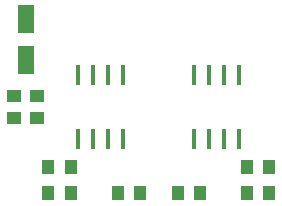
<source format=gbr>
G04 DipTrace 3.1.0.1*
G04 Âåðõíÿÿï.ìàñêà.gbr*
%MOIN*%
G04 #@! TF.FileFunction,Paste,Top*
G04 #@! TF.Part,Single*
%ADD34R,0.015748X0.070866*%
%ADD36R,0.043307X0.051181*%
%ADD50R,0.051181X0.043307*%
%ADD52R,0.055118X0.09252*%
%FSLAX26Y26*%
G04*
G70*
G90*
G75*
G01*
G04 TopPaste*
%LPD*%
D52*
X218773Y-93619D3*
Y-231415D3*
D50*
X181269Y-350139D3*
Y-424942D3*
D36*
X725098Y-675000D3*
X799902D3*
X1031151D3*
X956348D3*
X1031151Y-587500D3*
X956348D3*
X293848D3*
X368651D3*
Y-675000D3*
X293848D3*
X599902D3*
X525098D3*
D50*
X256277Y-350139D3*
Y-424942D3*
D34*
X543749Y-281251D3*
X493749D3*
X443749D3*
X393749D3*
Y-493849D3*
X443749D3*
X493749D3*
X543749D3*
X931249Y-281251D3*
X881249D3*
X831249D3*
X781249D3*
Y-493849D3*
X831249D3*
X881249D3*
X931249D3*
M02*

</source>
